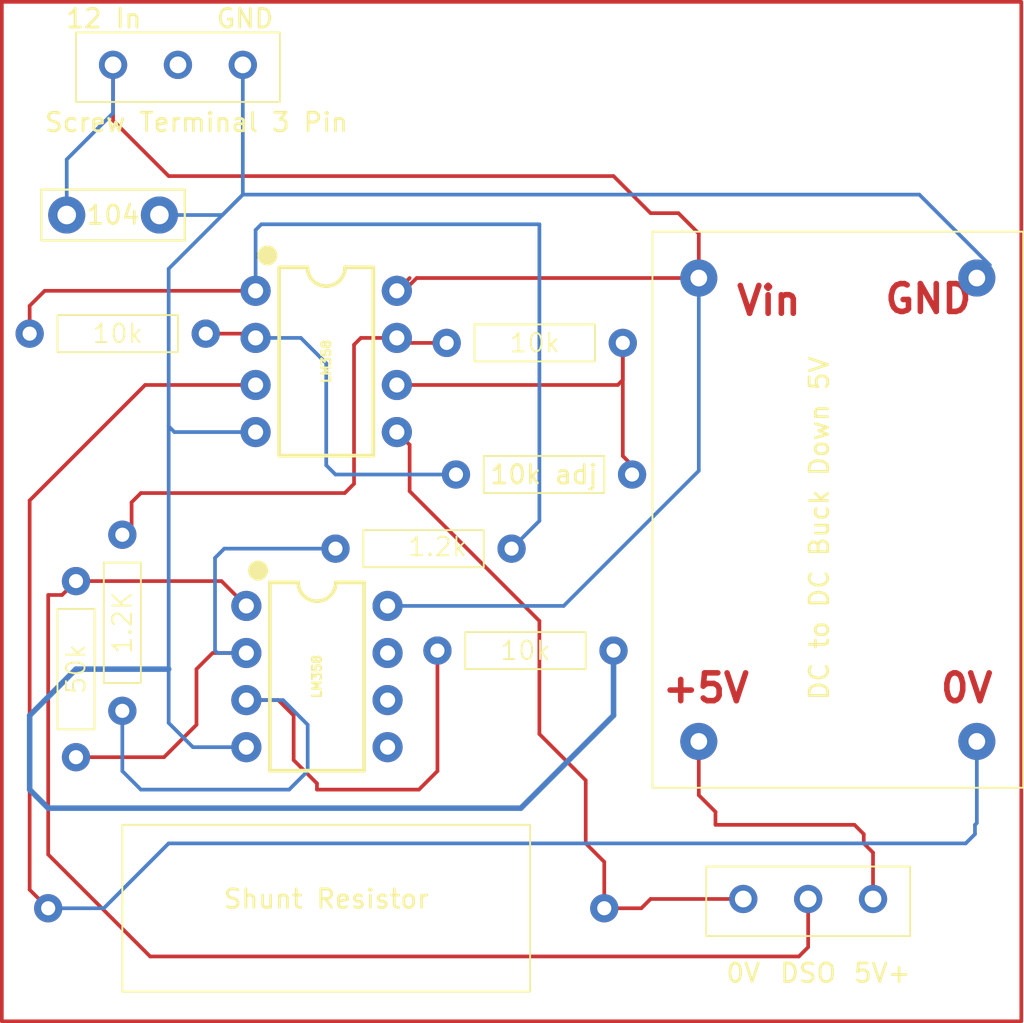
<source format=kicad_pcb>
(kicad_pcb (version 20240108) (generator "pcbnew") (generator_version "8.0")
  (title_block (title "Instrumentation Amp LM358") (date "2024-11-19") (rev "0.0.1"))
  (layers (0 "F.Cu" signal) (31 "B.Cu" signal) (34 "B.Paste" user) (35 "F.Paste" user) (36 "B.SilkS" user "B.Silkscreen") (37 "F.SilkS" user "F.Silkscreen") (38 "B.Mask" user) (39 "F.Mask" user) (44 "Edge.Cuts" user))
  (net 0 "")
  (net 1 "GND")
  (net 2 "Vin")
  (footprint "Screw Terminal" (layer "F.Cu") (at 139 112.5)
    (property "Reference" "REF**" (hide yes))
    (property "Value" "Screw Terminal 3 Pin" (at 4.5 3.1 0) (layer "F.SilkS"))
    (property "Field2" "12 In" (at -0.5 -2.5 0) (layer "F.SilkS"))
    (property "Field6" "GND " (at 7.5 -2.5 0) (layer "F.SilkS"))
    (fp_rect (start -2 -1.75) (end 9 2) (stroke (width 0.1)) (fill none) (layer "F.SilkS"))
    (pad "1" thru_hole circle (at 0 0) (size 1.524 1.524) (drill 0.9) (layers "*.Cu" "*.Mask") (net 2 "Vin"))
    (pad "2" thru_hole circle (at 3.5 0) (size 1.524 1.524) (drill 0.9) (layers "*.Cu" "*.Mask"))
    (pad "3" thru_hole circle (at 7 0) (size 1.524 1.524) (drill 0.9) (layers "*.Cu" "*.Mask") (net 1 "GND"))
  )
  (footprint "Shunt Resistor:Resistor Qater Watt" (layer "F.Cu") (at 137 149.85 90)
    (property "Reference" "50k" (at 4.75 0 90) (layer "F.SilkS") (effects (font (thickness 0.1))))
    (property "Value" "50k")
    (fp_rect (start 1.5 -1) (end 8 1) (stroke (width 0.1)) (fill none) (layer "F.SilkS"))
    (pad "1" thru_hole circle (at 0 0 90) (size 1.524 1.524) (drill 0.762) (layers "*.Cu" "*.Mask"))
    (pad "2" thru_hole circle (at 9.5 0 90) (size 1.524 1.524) (drill 0.762) (layers "*.Cu" "*.Mask"))
  )
  (footprint "Screw Terminal" (layer "F.Cu") (at 173 157.5)
    (property "Reference" "REF**" (hide yes))
    (property "Value" "Screw Terminal 3 Pin" (hide yes))
    (property "Value 2" "5V+" (at 7.5 4 0) (layer "F.SilkS"))
    (property "Value 3" "DSO" (at 3.5 4 0) (layer "F.SilkS"))
    (property "Value 4" "0V" (at 0 4 0) (layer "F.SilkS"))
    (fp_rect (start -2 -1.75) (end 9 2) (stroke (width 0.1)) (fill none) (layer "F.SilkS"))
    (pad "1" thru_hole circle (at 0 0) (size 1.524 1.524) (drill 0.9) (layers "*.Cu" "*.Mask"))
    (pad "2" thru_hole circle (at 3.5 0) (size 1.524 1.524) (drill 0.9) (layers "*.Cu" "*.Mask"))
    (pad "3" thru_hole circle (at 7 0) (size 1.524 1.524) (drill 0.9) (layers "*.Cu" "*.Mask"))
  )
  (footprint "Resistor Qater Watt" (layer "F.Cu") (at 134.5 127)
    (property "Reference" "10k" (at 4.75 0 0) (layer "F.SilkS") (effects (font (thickness 0.1))))
    (property "Value" "10k")
    (fp_rect (start 1.5 -1) (end 8 1) (stroke (width 0.1)) (fill none) (layer "F.SilkS"))
    (pad "1" thru_hole circle (at 0 0) (size 1.524 1.524) (drill 0.762) (layers "*.Cu" "*.Mask"))
    (pad "2" thru_hole circle (at 9.5 0) (size 1.524 1.524) (drill 0.762) (layers "*.Cu" "*.Mask"))
  )
  (footprint "Shunt Resistor:Resistor Qater Watt" (layer "F.Cu") (at 151 138.6)
    (property "Reference" "1.2k" (at 5.5 -0.1 0) (layer "F.SilkS") (effects (font (thickness 0.1))))
    (property "Value" "1.2k")
    (fp_rect (start 1.5 -1) (end 8 1) (stroke (width 0.1)) (fill none) (layer "F.SilkS"))
    (pad "1" thru_hole circle (at 0 0) (size 1.524 1.524) (drill 0.762) (layers "*.Cu" "*.Mask"))
    (pad "2" thru_hole circle (at 9.5 0) (size 1.524 1.524) (drill 0.762) (layers "*.Cu" "*.Mask"))
  )
  (footprint "Shunt Resistor:Resistor Qater Watt" (layer "F.Cu") (at 139.5 147.35 90)
    (property "Reference" "1.2K" (at 4.75 0 90) (layer "F.SilkS") (effects (font (thickness 0.1))))
    (property "Value" "1.2k")
    (fp_rect (start 1.5 -1) (end 8 1) (stroke (width 0.1)) (fill none) (layer "F.SilkS"))
    (pad "1" thru_hole circle (at 0 0 90) (size 1.524 1.524) (drill 0.762) (layers "*.Cu" "*.Mask"))
    (pad "2" thru_hole circle (at 9.5 0 90) (size 1.524 1.524) (drill 0.762) (layers "*.Cu" "*.Mask"))
  )
  (footprint "Resistor Qater Watt" (layer "F.Cu") (at 157 127.5)
    (property "Reference" "10k" (at 4.75 0 0) (layer "F.SilkS") (effects (font (thickness 0.1))))
    (property "Value" "10k")
    (fp_rect (start 1.5 -1) (end 8 1) (stroke (width 0.1)) (fill none) (layer "F.SilkS"))
    (pad "1" thru_hole circle (at 0 0) (size 1.524 1.524) (drill 0.762) (layers "*.Cu" "*.Mask"))
    (pad "2" thru_hole circle (at 9.5 0) (size 1.524 1.524) (drill 0.762) (layers "*.Cu" "*.Mask"))
  )
  (footprint "Shunt Resistor:Resistor Qater Watt" (layer "F.Cu") (at 156.5 144.1)
    (property "Reference" "10k" (at 4.75 0 0) (layer "F.SilkS") (effects (font (thickness 0.1))))
    (property "Value" "50K")
    (fp_rect (start 1.5 -1) (end 8 1) (stroke (width 0.1)) (fill none) (layer "F.SilkS"))
    (pad "1" thru_hole circle (at 0 0) (size 1.524 1.524) (drill 0.762) (layers "*.Cu" "*.Mask"))
    (pad "2" thru_hole circle (at 9.5 0) (size 1.524 1.524) (drill 0.762) (layers "*.Cu" "*.Mask"))
  )
  (footprint "DC to DC Buck Down 5V" (layer "F.Cu") (at 168.1 151.5 90)
    (property "Reference" "REF**" (hide yes))
    (property "Value" "DC to DC Buck Down 5V" (at 14 9 90) (layer "F.SilkS"))
    (fp_rect (start 0 0) (end 30 20) (stroke (width 0.1)) (fill none) (layer "F.SilkS"))
    (pad "1" thru_hole circle (at 2.5 2.5 90) (size 2 2) (drill 0.9) (layers "*.Cu" "*.Mask"))
    (pad "2" thru_hole circle (at 2.5 17.5 90) (size 2 2) (drill 0.9) (layers "*.Cu" "*.Mask"))
    (pad "3" thru_hole circle (at 27.5 2.5 90) (size 2 2) (drill 0.9) (layers "*.Cu" "*.Mask"))
    (pad "4" thru_hole circle (at 27.5 17.5 90) (size 2 2) (drill 0.9) (layers "*.Cu" "*.Mask"))
  )
  (footprint "LM358:DIP08" (layer "F.Cu") (at 150 145.5 -90)
    (property "Reference" "REF**" (hide yes))
    (property "Value" "LM358" (at 0 0 90) (layer "F.SilkS") (effects (font (size 0.48 0.48) (thickness 0.12))))
    (fp_line (start -5.08 2.54) (end 5.08 2.54) (stroke (width 0.2032)) (layer "F.SilkS"))
    (fp_line (start -5.08 2.54) (end -5.08 1.016) (stroke (width 0.2032)) (layer "F.SilkS"))
    (fp_line (start -5.08 -2.54) (end -5.08 -1.016) (stroke (width 0.2032)) (layer "F.SilkS"))
    (fp_line (start 5.08 -2.54) (end 5.08 2.54) (stroke (width 0.2032)) (layer "F.SilkS"))
    (fp_line (start 5.08 -2.54) (end -5.08 -2.54) (stroke (width 0.2032)) (layer "F.SilkS"))
    (fp_arc (start -5.08 -1.016) (mid -4.064 0) (end -5.08 1.016) (stroke (width 0.2032)) (layer "F.SilkS"))
    (fp_poly (pts (xy -6.19125 3.175) (xy -6.191 3.15) (xy -6.189 3.125) (xy -6.185 3.1) (xy -6.181 3.076) (xy -6.175 3.052) (xy -6.168 3.028) (xy -6.16 3.004) (xy -6.15 2.981) (xy -6.139 2.959) (xy -6.127 2.937) (xy -6.114 2.916) (xy -6.1 2.895) (xy -6.085 2.875) (xy -6.069 2.856) (xy -6.052 2.838) (xy -6.034 2.821) (xy -6.015 2.805) (xy -5.995 2.79) (xy -5.974 2.776) (xy -5.953 2.763) (xy -5.931 2.751) (xy -5.909 2.74) (xy -5.886 2.73) (xy -5.862 2.722) (xy -5.838 2.715) (xy -5.814 2.709) (xy -5.79 2.705) (xy -5.765 2.701) (xy -5.74 2.699) (xy -5.715 2.699) (xy -5.69 2.699) (xy -5.665 2.701) (xy -5.64 2.705) (xy -5.616 2.709) (xy -5.592 2.715) (xy -5.568 2.722) (xy -5.544 2.73) (xy -5.521 2.74) (xy -5.499 2.751) (xy -5.477 2.763) (xy -5.456 2.776) (xy -5.435 2.79) (xy -5.415 2.805) (xy -5.396 2.821) (xy -5.378 2.838) (xy -5.361 2.856) (xy -5.345 2.875) (xy -5.33 2.895) (xy -5.316 2.916) (xy -5.303 2.937) (xy -5.291 2.959) (xy -5.28 2.981) (xy -5.27 3.004) (xy -5.262 3.028) (xy -5.255 3.052) (xy -5.249 3.076) (xy -5.245 3.1) (xy -5.241 3.125) (xy -5.239 3.15) (xy -5.239 3.175) (xy -5.239 3.2) (xy -5.241 3.225) (xy -5.245 3.25) (xy -5.249 3.274) (xy -5.255 3.298) (xy -5.262 3.322) (xy -5.27 3.346) (xy -5.28 3.369) (xy -5.291 3.391) (xy -5.303 3.413) (xy -5.316 3.434) (xy -5.33 3.455) (xy -5.345 3.475) (xy -5.361 3.494) (xy -5.378 3.512) (xy -5.396 3.529) (xy -5.415 3.545) (xy -5.435 3.56) (xy -5.456 3.574) (xy -5.477 3.587) (xy -5.499 3.599) (xy -5.521 3.61) (xy -5.544 3.62) (xy -5.568 3.628) (xy -5.592 3.635) (xy -5.616 3.641) (xy -5.64 3.645) (xy -5.665 3.649) (xy -5.69 3.651) (xy -5.715 3.651) (xy -5.74 3.651) (xy -5.765 3.649) (xy -5.79 3.645) (xy -5.814 3.641) (xy -5.838 3.635) (xy -5.862 3.628) (xy -5.886 3.62) (xy -5.909 3.61) (xy -5.931 3.599) (xy -5.953 3.587) (xy -5.974 3.574) (xy -5.995 3.56) (xy -6.015 3.545) (xy -6.034 3.529) (xy -6.052 3.512) (xy -6.069 3.494) (xy -6.085 3.475) (xy -6.1 3.455) (xy -6.114 3.434) (xy -6.127 3.413) (xy -6.139 3.391) (xy -6.15 3.369) (xy -6.16 3.346) (xy -6.168 3.322) (xy -6.175 3.298) (xy -6.181 3.274) (xy -6.185 3.25) (xy -6.189 3.225) (xy -6.191 3.2) (xy -6.191 3.175) (xy -6.19125 3.175)) (stroke (width 0.127)) (fill solid) (layer "F.SilkS"))
    (pad "1" thru_hole circle (at -3.81 3.81 270) (size 1.6256 1.6256) (drill 0.8128) (layers "*.Cu" "*.Mask"))
    (pad "2" thru_hole circle (at -1.27 3.81 270) (size 1.6256 1.6256) (drill 0.8128) (layers "*.Cu" "*.Mask"))
    (pad "3" thru_hole circle (at 1.27 3.81 270) (size 1.6256 1.6256) (drill 0.8128) (layers "*.Cu" "*.Mask"))
    (pad "4" thru_hole circle (at 3.81 3.81 270) (size 1.6256 1.6256) (drill 0.8128) (layers "*.Cu" "*.Mask"))
    (pad "5" thru_hole circle (at 3.81 -3.81 270) (size 1.6256 1.6256) (drill 0.8128) (layers "*.Cu" "*.Mask"))
    (pad "6" thru_hole circle (at 1.27 -3.81 270) (size 1.6256 1.6256) (drill 0.8128) (layers "*.Cu" "*.Mask"))
    (pad "7" thru_hole circle (at -1.27 -3.81 270) (size 1.6256 1.6256) (drill 0.8128) (layers "*.Cu" "*.Mask"))
    (pad "8" thru_hole circle (at -3.81 -3.81 270) (size 1.6256 1.6256) (drill 0.8128) (layers "*.Cu" "*.Mask"))
  )
  (footprint "LM358:DIP08" (layer "F.Cu") (at 150.5 128.5 -90)
    (property "Reference" "REF**" (hide yes))
    (property "Value" "LM358" (at 0 0 90) (layer "F.SilkS") (effects (font (size 0.48 0.48) (thickness 0.12))))
    (fp_line (start -5.08 2.54) (end 5.08 2.54) (stroke (width 0.2032)) (layer "F.SilkS"))
    (fp_line (start -5.08 2.54) (end -5.08 1.016) (stroke (width 0.2032)) (layer "F.SilkS"))
    (fp_line (start -5.08 -2.54) (end -5.08 -1.016) (stroke (width 0.2032)) (layer "F.SilkS"))
    (fp_line (start 5.08 -2.54) (end 5.08 2.54) (stroke (width 0.2032)) (layer "F.SilkS"))
    (fp_line (start 5.08 -2.54) (end -5.08 -2.54) (stroke (width 0.2032)) (layer "F.SilkS"))
    (fp_arc (start -5.08 -1.016) (mid -4.064 0) (end -5.08 1.016) (stroke (width 0.2032)) (layer "F.SilkS"))
    (fp_poly (pts (xy -6.19125 3.175) (xy -6.191 3.15) (xy -6.189 3.125) (xy -6.185 3.1) (xy -6.181 3.076) (xy -6.175 3.052) (xy -6.168 3.028) (xy -6.16 3.004) (xy -6.15 2.981) (xy -6.139 2.959) (xy -6.127 2.937) (xy -6.114 2.916) (xy -6.1 2.895) (xy -6.085 2.875) (xy -6.069 2.856) (xy -6.052 2.838) (xy -6.034 2.821) (xy -6.015 2.805) (xy -5.995 2.79) (xy -5.974 2.776) (xy -5.953 2.763) (xy -5.931 2.751) (xy -5.909 2.74) (xy -5.886 2.73) (xy -5.862 2.722) (xy -5.838 2.715) (xy -5.814 2.709) (xy -5.79 2.705) (xy -5.765 2.701) (xy -5.74 2.699) (xy -5.715 2.699) (xy -5.69 2.699) (xy -5.665 2.701) (xy -5.64 2.705) (xy -5.616 2.709) (xy -5.592 2.715) (xy -5.568 2.722) (xy -5.544 2.73) (xy -5.521 2.74) (xy -5.499 2.751) (xy -5.477 2.763) (xy -5.456 2.776) (xy -5.435 2.79) (xy -5.415 2.805) (xy -5.396 2.821) (xy -5.378 2.838) (xy -5.361 2.856) (xy -5.345 2.875) (xy -5.33 2.895) (xy -5.316 2.916) (xy -5.303 2.937) (xy -5.291 2.959) (xy -5.28 2.981) (xy -5.27 3.004) (xy -5.262 3.028) (xy -5.255 3.052) (xy -5.249 3.076) (xy -5.245 3.1) (xy -5.241 3.125) (xy -5.239 3.15) (xy -5.239 3.175) (xy -5.239 3.2) (xy -5.241 3.225) (xy -5.245 3.25) (xy -5.249 3.274) (xy -5.255 3.298) (xy -5.262 3.322) (xy -5.27 3.346) (xy -5.28 3.369) (xy -5.291 3.391) (xy -5.303 3.413) (xy -5.316 3.434) (xy -5.33 3.455) (xy -5.345 3.475) (xy -5.361 3.494) (xy -5.378 3.512) (xy -5.396 3.529) (xy -5.415 3.545) (xy -5.435 3.56) (xy -5.456 3.574) (xy -5.477 3.587) (xy -5.499 3.599) (xy -5.521 3.61) (xy -5.544 3.62) (xy -5.568 3.628) (xy -5.592 3.635) (xy -5.616 3.641) (xy -5.64 3.645) (xy -5.665 3.649) (xy -5.69 3.651) (xy -5.715 3.651) (xy -5.74 3.651) (xy -5.765 3.649) (xy -5.79 3.645) (xy -5.814 3.641) (xy -5.838 3.635) (xy -5.862 3.628) (xy -5.886 3.62) (xy -5.909 3.61) (xy -5.931 3.599) (xy -5.953 3.587) (xy -5.974 3.574) (xy -5.995 3.56) (xy -6.015 3.545) (xy -6.034 3.529) (xy -6.052 3.512) (xy -6.069 3.494) (xy -6.085 3.475) (xy -6.1 3.455) (xy -6.114 3.434) (xy -6.127 3.413) (xy -6.139 3.391) (xy -6.15 3.369) (xy -6.16 3.346) (xy -6.168 3.322) (xy -6.175 3.298) (xy -6.181 3.274) (xy -6.185 3.25) (xy -6.189 3.225) (xy -6.191 3.2) (xy -6.191 3.175) (xy -6.19125 3.175)) (stroke (width 0.127)) (fill solid) (layer "F.SilkS"))
    (pad "1" thru_hole circle (at -3.81 3.81 270) (size 1.6256 1.6256) (drill 0.8128) (layers "*.Cu" "*.Mask"))
    (pad "2" thru_hole circle (at -1.27 3.81 270) (size 1.6256 1.6256) (drill 0.8128) (layers "*.Cu" "*.Mask"))
    (pad "3" thru_hole circle (at 1.27 3.81 270) (size 1.6256 1.6256) (drill 0.8128) (layers "*.Cu" "*.Mask"))
    (pad "4" thru_hole circle (at 3.81 3.81 270) (size 1.6256 1.6256) (drill 0.8128) (layers "*.Cu" "*.Mask"))
    (pad "5" thru_hole circle (at 3.81 -3.81 270) (size 1.6256 1.6256) (drill 0.8128) (layers "*.Cu" "*.Mask"))
    (pad "6" thru_hole circle (at 1.27 -3.81 270) (size 1.6256 1.6256) (drill 0.8128) (layers "*.Cu" "*.Mask"))
    (pad "7" thru_hole circle (at -1.27 -3.81 270) (size 1.6256 1.6256) (drill 0.8128) (layers "*.Cu" "*.Mask"))
    (pad "8" thru_hole circle (at -3.81 -3.81 270) (size 1.6256 1.6256) (drill 0.8128) (layers "*.Cu" "*.Mask"))
  )
  (footprint "Capacitor_THT:C_Disc_D7.5mm_W2.5mm_P5.00mm" (layer "F.Cu") (at 136.5 120.6)
    (property "Reference" "REF**" (hide yes))
    (property "Value" "C_Disc_D7.5mm_W2.5mm_P5.00mm" (hide yes))
    (fp_line (start -1.37 -1.37) (end -1.37 1.37) (stroke (width 0.12)) (layer "F.SilkS"))
    (fp_line (start -1.37 -1.37) (end 6.37 -1.37) (stroke (width 0.12)) (layer "F.SilkS"))
    (fp_line (start -1.37 1.37) (end 6.37 1.37) (stroke (width 0.12)) (layer "F.SilkS"))
    (fp_line (start 6.37 -1.37) (end 6.37 1.37) (stroke (width 0.12)) (layer "F.SilkS"))
    (fp_text user "104" (at 2.5 0 0) (layer "F.SilkS"))
    (pad "1" thru_hole circle (at 0 0) (size 2 2) (drill 1) (layers "*.Cu" "*.Mask"))
    (pad "2" thru_hole circle (at 5 0) (size 2 2) (drill 1) (layers "*.Cu" "*.Mask"))
  )
  (footprint "Shunt Resistor:Resistor Qater Watt" (layer "F.Cu") (at 157.5 134.6)
    (property "Reference" "REF**" (hide yes))
    (property "Value" "10k adj" (at 4.75 0 0) (layer "F.SilkS"))
    (fp_rect (start 1.5 -1) (end 8 1) (stroke (width 0.1)) (fill none) (layer "F.SilkS"))
    (pad "1" thru_hole circle (at 0 0) (size 1.524 1.524) (drill 0.762) (layers "*.Cu" "*.Mask"))
    (pad "2" thru_hole circle (at 9.5 0) (size 1.524 1.524) (drill 0.762) (layers "*.Cu" "*.Mask"))
  )
  (footprint "Shunt Resistor" (layer "F.Cu") (at 139.5 153.5)
    (property "Reference" "REF**" (hide yes))
    (property "Value" "Shunt Resistor" (at 11 4 0) (layer "F.SilkS"))
    (fp_rect (start 0 0) (end 22 9) (stroke (width 0.1)) (fill none) (layer "F.SilkS"))
    (pad "1" thru_hole circle (at 26 4.5) (size 1.524 1.524) (drill 0.762) (layers "*.Cu" "*.Mask"))
    (pad "2" thru_hole circle (at -4 4.5) (size 1.524 1.524) (drill 0.762) (layers "*.Cu" "*.Mask"))
  )
  (gr_rect (start 133 109.1) (end 188 164.1) (stroke (width 0.2)) (fill none) (layer "F.Cu"))
  (gr_text "0V\n" (at 183.5 147 0) (layer "F.Cu") (effects (font (size 1.5 1.5) (thickness 0.3) (bold yes)) (justify left bottom)))
  (gr_text "+5V\n" (at 168.5 147 0) (layer "F.Cu") (effects (font (size 1.5 1.5) (thickness 0.3) (bold yes)) (justify left bottom)))
  (gr_text "Vin" (at 172.5 126.1 0) (layer "F.Cu") (effects (font (size 1.5 1.5) (thickness 0.3) (bold yes)) (justify left bottom)))
  (gr_text "GND" (at 180.5 126 0) (layer "F.Cu") (effects (font (size 1.5 1.5) (thickness 0.3) (bold yes)) (justify left bottom)))
  (segment (start 179 153.5) (end 179.5 154) (width 0.2) (layer "F.Cu") (net 0))
  (segment (start 146.19 146.77) (end 147.912446 146.77) (width 0.2) (layer "F.Cu") (net 0))
  (segment (start 140.5 135.6) (end 140 136.1) (width 0.2) (layer "F.Cu") (net 0))
  (segment (start 148.742446 150.006928) (end 150 151.264482) (width 0.2) (layer "F.Cu") (net 0))
  (segment (start 165.5 158) (end 167.5 158) (width 0.2) (layer "F.Cu") (net 0))
  (segment (start 154.31 129.77) (end 166.23 129.77) (width 0.2) (layer "F.Cu") (net 0))
  (segment (start 146.69 124.69) (end 135.31 124.69) (width 0.2) (layer "F.Cu") (net 0))
  (segment (start 164.5 154.5) (end 164.5 151.1) (width 0.2) (layer "F.Cu") (net 0))
  (segment (start 165.5 155.5) (end 164.5 154.5) (width 0.2) (layer "F.Cu") (net 0))
  (segment (start 144.37 144.23) (end 146.19 144.23) (width 0.2) (layer "F.Cu") (net 0))
  (segment (start 167 134.1) (end 166.5 133.6) (width 0.2) (layer "F.Cu") (net 0))
  (segment (start 179.5 154) (end 179.5 154.5) (width 0.2) (layer "F.Cu") (net 0))
  (segment (start 164.5 151.1) (end 162 148.6) (width 0.2) (layer "F.Cu") (net 0))
  (segment (start 147.912446 146.77) (end 148.742446 147.6) (width 0.2) (layer "F.Cu") (net 0))
  (segment (start 134.5 125.5) (end 134.5 127) (width 0.2) (layer "F.Cu") (net 0))
  (segment (start 166.23 129.77) (end 166.5 129.5) (width 0.2) (layer "F.Cu") (net 0))
  (segment (start 150 151.6) (end 155.5 151.6) (width 0.2) (layer "F.Cu") (net 0))
  (segment (start 148.742446 147.6) (end 148.742446 150.006928) (width 0.2) (layer "F.Cu") (net 0))
  (segment (start 143.5 145.1) (end 144.37 144.23) (width 0.2) (layer "F.Cu") (net 0))
  (segment (start 165.5 158) (end 165.5 155.5) (width 0.2) (layer "F.Cu") (net 0))
  (segment (start 141.75 149.85) (end 143.5 148.1) (width 0.2) (layer "F.Cu") (net 0))
  (segment (start 143.5 148.1) (end 143.5 145.1) (width 0.2) (layer "F.Cu") (net 0))
  (segment (start 135.31 124.69) (end 134.5 125.5) (width 0.2) (layer "F.Cu") (net 0))
  (segment (start 152.37 127.23) (end 152 127.6) (width 0.2) (layer "F.Cu") (net 0))
  (segment (start 166.5 133.6) (end 166.5 127.5) (width 0.2) (layer "F.Cu") (net 0))
  (segment (start 170.6 151.9) (end 171.5 152.8) (width 0.2) (layer "F.Cu") (net 0))
  (segment (start 167 134.6) (end 167 134.1) (width 0.2) (layer "F.Cu") (net 0))
  (segment (start 136.25 141.1) (end 137 140.35) (width 0.2) (layer "F.Cu") (net 0))
  (segment (start 157 127.5) (end 154.58 127.5) (width 0.2) (layer "F.Cu") (net 0))
  (segment (start 152 127.6) (end 152 135.1) (width 0.2) (layer "F.Cu") (net 0))
  (segment (start 179.5 154.5) (end 180 155) (width 0.2) (layer "F.Cu") (net 0))
  (segment (start 137 140.35) (end 144.85 140.35) (width 0.2) (layer "F.Cu") (net 0))
  (segment (start 134.5 136) (end 140.73 129.77) (width 0.2) (layer "F.Cu") (net 0))
  (segment (start 171.5 152.8) (end 171.5 153.5) (width 0.2) (layer "F.Cu") (net 0))
  (segment (start 170.6 151.9) (end 170.6 149) (width 0.2) (layer "F.Cu") (net 0))
  (segment (start 135.5 155.1) (end 135.5 141.1) (width 0.2) (layer "F.Cu") (net 0))
  (segment (start 144 127) (end 146.46 127) (width 0.2) (layer "F.Cu") (net 0))
  (segment (start 162 148.6) (end 162 142.5) (width 0.2) (layer "F.Cu") (net 0))
  (segment (start 140.73 129.77) (end 146.69 129.77) (width 0.2) (layer "F.Cu") (net 0))
  (segment (start 176.5 160.1) (end 176 160.6) (width 0.2) (layer "F.Cu") (net 0))
  (segment (start 168 157.5) (end 173 157.5) (width 0.2) (layer "F.Cu") (net 0))
  (segment (start 176.5 157.5) (end 176.5 160.1) (width 0.2) (layer "F.Cu") (net 0))
  (segment (start 156.5 150.6) (end 156.5 144.1) (width 0.2) (layer "F.Cu") (net 0))
  (segment (start 140 136.1) (end 140 137.35) (width 0.2) (layer "F.Cu") (net 0))
  (segment (start 155.5 151.6) (end 156.5 150.6) (width 0.2) (layer "F.Cu") (net 0))
  (segment (start 167.5 158) (end 168 157.5) (width 0.2) (layer "F.Cu") (net 0))
  (segment (start 134.5 157) (end 134.5 136) (width 0.2) (layer "F.Cu") (net 0))
  (segment (start 154.58 127.5) (end 154.31 127.23) (width 0.2) (layer "F.Cu") (net 0))
  (segment (start 151.5 135.6) (end 140.5 135.6) (width 0.2) (layer "F.Cu") (net 0))
  (segment (start 135.5 158) (end 134.5 157) (width 0.2) (layer "F.Cu") (net 0))
  (segment (start 180 155) (end 180 157.5) (width 0.2) (layer "F.Cu") (net 0))
  (segment (start 154.31 127.23) (end 152.37 127.23) (width 0.2) (layer "F.Cu") (net 0))
  (segment (start 144.85 140.35) (end 146.19 141.69) (width 0.2) (layer "F.Cu") (net 0))
  (segment (start 137 149.85) (end 141.75 149.85) (width 0.2) (layer "F.Cu") (net 0))
  (segment (start 155 135.5) (end 155 133) (width 0.2) (layer "F.Cu") (net 0))
  (segment (start 141 160.6) (end 135.5 155.1) (width 0.2) (layer "F.Cu") (net 0))
  (segment (start 146.46 127) (end 146.69 127.23) (width 0.2) (layer "F.Cu") (net 0))
  (segment (start 152 135.1) (end 151.5 135.6) (width 0.2) (layer "F.Cu") (net 0))
  (segment (start 179 153.5) (end 171.5 153.5) (width 0.2) (layer "F.Cu") (net 0))
  (segment (start 135.5 141.1) (end 136.25 141.1) (width 0.2) (layer "F.Cu") (net 0))
  (segment (start 140 137.35) (end 139.5 137.85) (width 0.2) (layer "F.Cu") (net 0))
  (segment (start 155 133) (end 154.31 132.31) (width 0.2) (layer "F.Cu") (net 0))
  (segment (start 150 151.264482) (end 150 151.6) (width 0.2) (layer "F.Cu") (net 0))
  (segment (start 166.5 129.5) (end 166.5 127.5) (width 0.2) (layer "F.Cu") (net 0))
  (segment (start 176 160.6) (end 141 160.6) (width 0.2) (layer "F.Cu") (net 0))
  (segment (start 162 142.5) (end 155 135.5) (width 0.2) (layer "F.Cu") (net 0))
  (segment (start 185.5 154) (end 185.5 153.5) (width 0.2) (layer "B.Cu") (net 0))
  (segment (start 139.5 150.6) (end 139.5 147.35) (width 0.2) (layer "B.Cu") (net 0))
  (segment (start 150.5 128.6) (end 149.13 127.23) (width 0.2) (layer "B.Cu") (net 0))
  (segment (start 142 154.5) (end 185 154.5) (width 0.2) (layer "B.Cu") (net 0))
  (segment (start 146.69 121.41) (end 147 121.1) (width 0.2) (layer "B.Cu") (net 0))
  (segment (start 157.5 134.6) (end 151 134.6) (width 0.2) (layer "B.Cu") (net 0))
  (segment (start 135.5 158) (end 138.5 158) (width 0.2) (layer "B.Cu") (net 0))
  (segment (start 144.5 144.1) (end 144.63 144.23) (width 0.2) (layer "B.Cu") (net 0))
  (segment (start 165.5 158) (end 166 158) (width 0.2) (layer "B.Cu") (net 0))
  (segment (start 146.69 124.69) (end 146.69 121.41) (width 0.2) (layer "B.Cu") (net 0))
  (segment (start 149.5 148.1) (end 149.5 150.6) (width 0.2) (layer "B.Cu") (net 0))
  (segment (start 145 138.6) (end 144.5 139.1) (width 0.2) (layer "B.Cu") (net 0))
  (segment (start 150.5 134.1) (end 150.5 128.6) (width 0.2) (layer "B.Cu") (net 0))
  (segment (start 148.17 146.77) (end 149.5 148.1) (width 0.2) (layer "B.Cu") (net 0))
  (segment (start 149.5 150.6) (end 148.5 151.6) (width 0.2) (layer "B.Cu") (net 0))
  (segment (start 147 121.1) (end 162 121.1) (width 0.2) (layer "B.Cu") (net 0))
  (segment (start 185.5 153.5) (end 185.6 153.4) (width 0.2) (layer "B.Cu") (net 0))
  (segment (start 151 134.6) (end 150.5 134.1) (width 0.2) (layer "B.Cu") (net 0))
  (segment (start 144.63 144.23) (end 146.19 144.23) (width 0.2) (layer "B.Cu") (net 0))
  (segment (start 146.19 146.77) (end 148.17 146.77) (width 0.2) (layer "B.Cu") (net 0))
  (segment (start 140.5 151.6) (end 139.5 150.6) (width 0.2) (layer "B.Cu") (net 0))
  (segment (start 185.6 153.4) (end 185.6 149) (width 0.2) (layer "B.Cu") (net 0))
  (segment (start 162 137.1) (end 160.5 138.6) (width 0.2) (layer "B.Cu") (net 0))
  (segment (start 162 121.1) (end 162 137.1) (width 0.2) (layer "B.Cu") (net 0))
  (segment (start 149.13 127.23) (end 146.69 127.23) (width 0.2) (layer "B.Cu") (net 0))
  (segment (start 144.5 139.1) (end 144.5 144.1) (width 0.2) (layer "B.Cu") (net 0))
  (segment (start 148.5 151.6) (end 140.5 151.6) (width 0.2) (layer "B.Cu") (net 0))
  (segment (start 185 154.5) (end 185.5 154) (width 0.2) (layer "B.Cu") (net 0))
  (segment (start 138.5 158) (end 142 154.5) (width 0.2) (layer "B.Cu") (net 0))
  (segment (start 151 138.6) (end 145 138.6) (width 0.2) (layer "B.Cu") (net 0))
  (segment (start 142 148) (end 142 145.1) (width 0.2) (layer "B.Cu") (net 1))
  (segment (start 135.5 152.6) (end 134.5 151.6) (width 0.3) (layer "B.Cu") (net 1))
  (segment (start 134.5 147.6) (end 137 145.1) (width 0.3) (layer "B.Cu") (net 1))
  (segment (start 146 119.5) (end 182.5 119.5) (width 0.2) (layer "B.Cu") (net 1))
  (segment (start 142 132) (end 142.31 132.31) (width 0.2) (layer "B.Cu") (net 1))
  (segment (start 142 123.5) (end 142 132) (width 0.2) (layer "B.Cu") (net 1))
  (segment (start 142 145.1) (end 142 132) (width 0.2) (layer "B.Cu") (net 1))
  (segment (start 166 144.1) (end 166 147.6) (width 0.3) (layer "B.Cu") (net 1))
  (segment (start 143.31 149.31) (end 142 148) (width 0.2) (layer "B.Cu") (net 1))
  (segment (start 186.3 123.3) (end 185.6 124) (width 0.2) (layer "B.Cu") (net 1))
  (segment (start 146 119.5) (end 142 123.5) (width 0.2) (layer "B.Cu") (net 1))
  (segment (start 146.19 149.31) (end 143.31 149.31) (width 0.2) (layer "B.Cu") (net 1))
  (segment (start 137 145.1) (end 142 145.1) (width 0.3) (layer "B.Cu") (net 1))
  (segment (start 142.31 132.31) (end 146.69 132.31) (width 0.2) (layer "B.Cu") (net 1))
  (segment (start 146 119.5) (end 144.9 120.6) (width 0.2) (layer "B.Cu") (net 1))
  (segment (start 166 147.6) (end 161 152.6) (width 0.3) (layer "B.Cu") (net 1))
  (segment (start 144.9 120.6) (end 141.5 120.6) (width 0.2) (layer "B.Cu") (net 1))
  (segment (start 134.5 151.6) (end 134.5 147.6) (width 0.3) (layer "B.Cu") (net 1))
  (segment (start 146 112.5) (end 146 119.5) (width 0.2) (layer "B.Cu") (net 1))
  (segment (start 182.5 119.5) (end 186.3 123.3) (width 0.2) (layer "B.Cu") (net 1))
  (segment (start 161 152.6) (end 135.5 152.6) (width 0.3) (layer "B.Cu") (net 1))
  (segment (start 142 118.5) (end 166 118.5) (width 0.2) (layer "F.Cu") (net 2))
  (segment (start 139 112.5) (end 139 115.5) (width 0.2) (layer "F.Cu") (net 2))
  (segment (start 155 124) (end 154.31 124.69) (width 0.2) (layer "F.Cu") (net 2))
  (segment (start 154.69 124.69) (end 155.38 124) (width 0.2) (layer "F.Cu") (net 2))
  (segment (start 155.38 124) (end 170.6 124) (width 0.2) (layer "F.Cu") (net 2))
  (segment (start 139 115.5) (end 142 118.5) (width 0.2) (layer "F.Cu") (net 2))
  (segment (start 170.6 121.6) (end 170.6 124) (width 0.2) (layer "F.Cu") (net 2))
  (segment (start 154.31 124.69) (end 154.69 124.69) (width 0.2) (layer "F.Cu") (net 2))
  (segment (start 169.5 120.5) (end 170.6 121.6) (width 0.2) (layer "F.Cu") (net 2))
  (segment (start 168 120.5) (end 169.5 120.5) (width 0.2) (layer "F.Cu") (net 2))
  (segment (start 166 118.5) (end 168 120.5) (width 0.2) (layer "F.Cu") (net 2))
  (segment (start 170.6 134.4) (end 170.6 124) (width 0.2) (layer "B.Cu") (net 2))
  (segment (start 136.5 120.6) (end 136.5 117.6) (width 0.2) (layer "B.Cu") (net 2))
  (segment (start 153.81 141.69) (end 163.31 141.69) (width 0.2) (layer "B.Cu") (net 2))
  (segment (start 136.5 117.6) (end 139 115.1) (width 0.2) (layer "B.Cu") (net 2))
  (segment (start 163.31 141.69) (end 170.6 134.4) (width 0.2) (layer "B.Cu") (net 2))
  (segment (start 139 115.1) (end 139 112.5) (width 0.2) (layer "B.Cu") (net 2))
)
</source>
